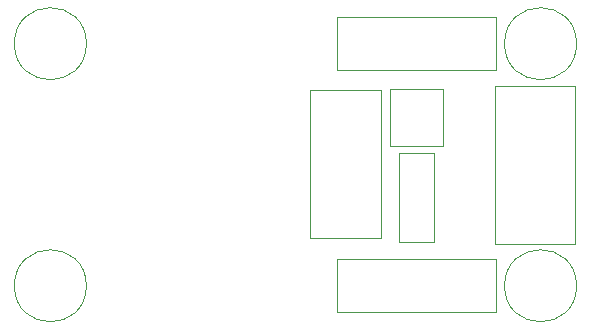
<source format=gbr>
G04 #@! TF.GenerationSoftware,KiCad,Pcbnew,5.1.10-88a1d61d58~90~ubuntu20.04.1*
G04 #@! TF.CreationDate,2022-01-16T21:05:33+00:00*
G04 #@! TF.ProjectId,hum_temp_sensor,68756d5f-7465-46d7-905f-73656e736f72,rev?*
G04 #@! TF.SameCoordinates,Original*
G04 #@! TF.FileFunction,Other,User*
%FSLAX46Y46*%
G04 Gerber Fmt 4.6, Leading zero omitted, Abs format (unit mm)*
G04 Created by KiCad (PCBNEW 5.1.10-88a1d61d58~90~ubuntu20.04.1) date 2022-01-16 21:05:33*
%MOMM*%
%LPD*%
G01*
G04 APERTURE LIST*
%ADD10C,0.050000*%
G04 APERTURE END LIST*
D10*
X92050000Y-119500000D02*
G75*
G03*
X92050000Y-119500000I-3050000J0D01*
G01*
X92050000Y-99000000D02*
G75*
G03*
X92050000Y-99000000I-3050000J0D01*
G01*
X133550000Y-119500000D02*
G75*
G03*
X133550000Y-119500000I-3050000J0D01*
G01*
X133550000Y-99000000D02*
G75*
G03*
X133550000Y-99000000I-3050000J0D01*
G01*
X117000000Y-115440000D02*
X111000000Y-115440000D01*
X111000000Y-115440000D02*
X111000000Y-102940000D01*
X111000000Y-102940000D02*
X117000000Y-102940000D01*
X117000000Y-102940000D02*
X117000000Y-115440000D01*
X126750000Y-101250000D02*
X126750000Y-96750000D01*
X126750000Y-96750000D02*
X113250000Y-96750000D01*
X113250000Y-96750000D02*
X113250000Y-101250000D01*
X113250000Y-101250000D02*
X126750000Y-101250000D01*
X113250000Y-117250000D02*
X113250000Y-121750000D01*
X113250000Y-121750000D02*
X126750000Y-121750000D01*
X126750000Y-121750000D02*
X126750000Y-117250000D01*
X126750000Y-117250000D02*
X113250000Y-117250000D01*
X126650000Y-115950000D02*
X133400000Y-115950000D01*
X133400000Y-115950000D02*
X133400000Y-102550000D01*
X133400000Y-102550000D02*
X126650000Y-102550000D01*
X126650000Y-102550000D02*
X126650000Y-115950000D01*
X117750000Y-107650000D02*
X122250000Y-107650000D01*
X122250000Y-107650000D02*
X122250000Y-102800000D01*
X122250000Y-102800000D02*
X117750000Y-102800000D01*
X117750000Y-102800000D02*
X117750000Y-107650000D01*
X121500000Y-108250000D02*
X118500000Y-108250000D01*
X118500000Y-108250000D02*
X118500000Y-115750000D01*
X118500000Y-115750000D02*
X121500000Y-115750000D01*
X121500000Y-115750000D02*
X121500000Y-108250000D01*
M02*

</source>
